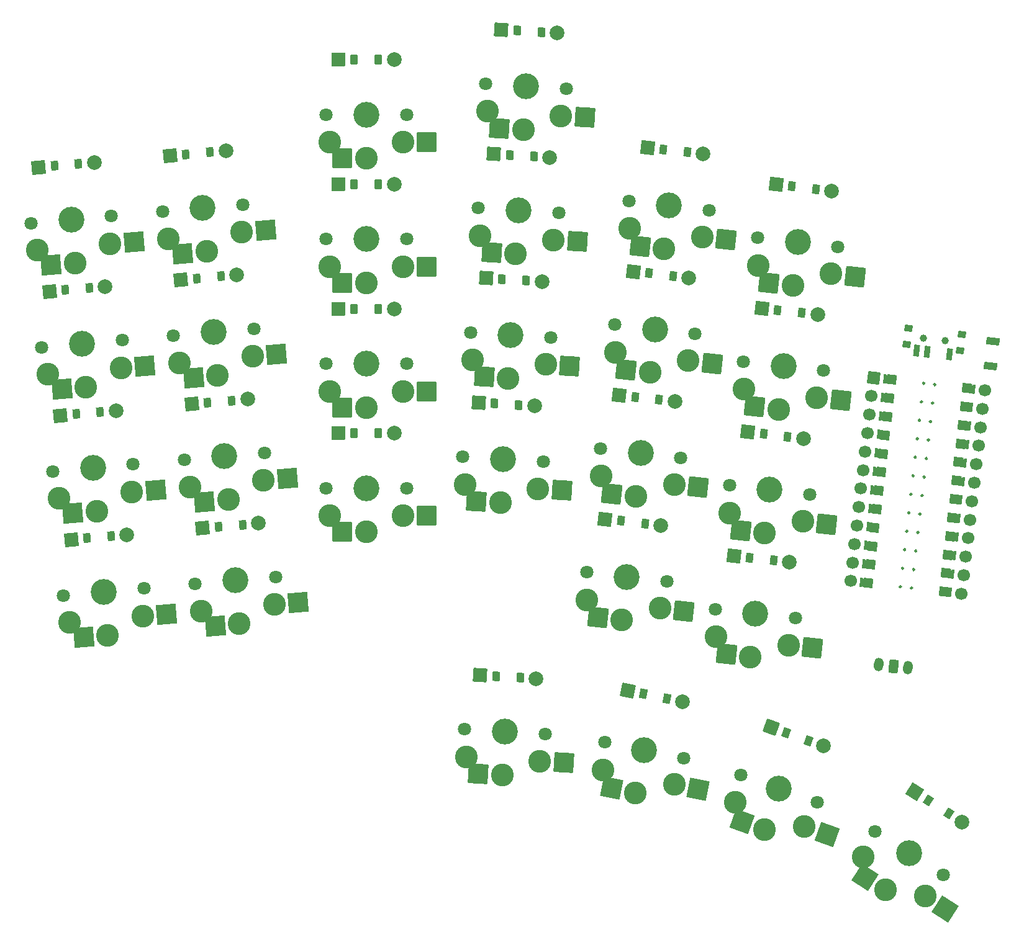
<source format=gbr>
%TF.GenerationSoftware,KiCad,Pcbnew,8.0.5-8.0.5-0~ubuntu22.04.1*%
%TF.CreationDate,2024-10-07T14:19:06+02:00*%
%TF.ProjectId,KeyboardV0,4b657962-6f61-4726-9456-302e6b696361,v1.0.0*%
%TF.SameCoordinates,Original*%
%TF.FileFunction,Soldermask,Top*%
%TF.FilePolarity,Negative*%
%FSLAX46Y46*%
G04 Gerber Fmt 4.6, Leading zero omitted, Abs format (unit mm)*
G04 Created by KiCad (PCBNEW 8.0.5-8.0.5-0~ubuntu22.04.1) date 2024-10-07 14:19:06*
%MOMM*%
%LPD*%
G01*
G04 APERTURE LIST*
G04 Aperture macros list*
%AMRoundRect*
0 Rectangle with rounded corners*
0 $1 Rounding radius*
0 $2 $3 $4 $5 $6 $7 $8 $9 X,Y pos of 4 corners*
0 Add a 4 corners polygon primitive as box body*
4,1,4,$2,$3,$4,$5,$6,$7,$8,$9,$2,$3,0*
0 Add four circle primitives for the rounded corners*
1,1,$1+$1,$2,$3*
1,1,$1+$1,$4,$5*
1,1,$1+$1,$6,$7*
1,1,$1+$1,$8,$9*
0 Add four rect primitives between the rounded corners*
20,1,$1+$1,$2,$3,$4,$5,0*
20,1,$1+$1,$4,$5,$6,$7,0*
20,1,$1+$1,$6,$7,$8,$9,0*
20,1,$1+$1,$8,$9,$2,$3,0*%
%AMHorizOval*
0 Thick line with rounded ends*
0 $1 width*
0 $2 $3 position (X,Y) of the first rounded end (center of the circle)*
0 $4 $5 position (X,Y) of the second rounded end (center of the circle)*
0 Add line between two ends*
20,1,$1,$2,$3,$4,$5,0*
0 Add two circle primitives to create the rounded ends*
1,1,$1,$2,$3*
1,1,$1,$4,$5*%
%AMFreePoly0*
4,1,14,0.635355,0.435355,0.650000,0.400000,0.650000,0.200000,0.635355,0.164645,0.035355,-0.435355,0.000000,-0.450000,-0.035355,-0.435355,-0.635356,0.164645,-0.650000,0.200000,-0.650000,0.400000,-0.635355,0.435355,-0.600000,0.450000,0.600000,0.450000,0.635355,0.435355,0.635355,0.435355,$1*%
%AMFreePoly1*
4,1,16,0.635355,1.035355,0.650000,1.000000,0.650000,-0.250000,0.635355,-0.285355,0.600000,-0.300000,-0.600000,-0.300000,-0.635355,-0.285355,-0.650000,-0.250000,-0.650000,1.000000,-0.635355,1.035355,-0.600000,1.050000,-0.564645,1.035355,0.000000,0.470710,0.564645,1.035355,0.599999,1.050000,0.635355,1.035355,0.635355,1.035355,$1*%
G04 Aperture macros list end*
%ADD10C,0.250000*%
%ADD11C,0.100000*%
%ADD12C,3.529000*%
%ADD13C,1.801800*%
%ADD14C,3.100000*%
%ADD15RoundRect,0.050000X1.181751X1.408356X-1.408356X1.181751X-1.181751X-1.408356X1.408356X-1.181751X0*%
%ADD16RoundRect,0.050000X1.300000X1.300000X-1.300000X1.300000X-1.300000X-1.300000X1.300000X-1.300000X0*%
%ADD17RoundRect,0.050000X1.376938X1.218212X-1.218212X1.376938X-1.376938X-1.218212X1.218212X-1.376938X0*%
%ADD18RoundRect,0.050000X1.438808X1.144479X-1.144479X1.438808X-1.438808X-1.144479X1.144479X-1.438808X0*%
%ADD19RoundRect,0.050000X1.533080X1.014724X-1.014724X1.533080X-1.533080X-1.014724X1.014724X-1.533080X0*%
%ADD20RoundRect,0.050000X1.659383X0.791485X-0.791485X1.659383X-1.659383X-0.791485X0.791485X-1.659383X0*%
%ADD21RoundRect,0.050000X1.794898X0.397919X-0.397919X1.794898X-1.794898X-0.397919X0.397919X-1.794898X0*%
%ADD22RoundRect,0.050000X-0.395994X-0.636937X0.500581X-0.558497X0.395994X0.636937X-0.500581X0.558497X0*%
%ADD23RoundRect,0.050000X-0.808136X-0.963099X0.963099X-0.808136X0.808136X0.963099X-0.963099X0.808136X0*%
%ADD24C,2.005000*%
%ADD25RoundRect,0.050000X-0.450000X-0.600000X0.450000X-0.600000X0.450000X0.600000X-0.450000X0.600000X0*%
%ADD26RoundRect,0.050000X-0.889000X-0.889000X0.889000X-0.889000X0.889000X0.889000X-0.889000X0.889000X0*%
%ADD27RoundRect,0.050000X-0.485790X-0.571409X0.412532X-0.626353X0.485790X0.571409X-0.412532X0.626353X0*%
%ADD28RoundRect,0.050000X-0.941614X-0.833070X0.833070X-0.941614X0.941614X0.833070X-0.833070X0.941614X0*%
%ADD29RoundRect,0.050000X-0.515029X-0.545202X0.379185X-0.647085X0.515029X0.545202X-0.379185X0.647085X0*%
%ADD30RoundRect,0.050000X-0.983923X-0.782648X0.782648X-0.983923X0.983923X0.782648X-0.782648X0.983923X0*%
%ADD31RoundRect,0.050000X-0.560587X-0.498239X0.321345X-0.677670X0.560587X0.498239X-0.321345X0.677670X0*%
%ADD32RoundRect,0.050000X-1.048391X-0.693915X0.693915X-1.048391X1.048391X0.693915X-0.693915X1.048391X0*%
%ADD33RoundRect,0.050000X-0.624473X-0.415372X0.223905X-0.715798X0.624473X0.415372X-0.223905X0.715798X0*%
%ADD34RoundRect,0.050000X-1.134763X-0.541254X0.541254X-1.134763X1.134763X0.541254X-0.541254X1.134763X0*%
%ADD35RoundRect,0.050000X-0.701906X-0.264250X0.057146X-0.747820X0.701906X0.264250X-0.057146X0.747820X0*%
%ADD36RoundRect,0.050000X-1.227434X-0.272116X0.272116X-1.227434X1.227434X0.272116X-0.272116X1.227434X0*%
%ADD37C,1.700000*%
%ADD38FreePoly0,83.500000*%
%ADD39FreePoly1,83.500000*%
%ADD40RoundRect,0.050000X-0.704295X0.885420X-0.885420X-0.704295X0.704295X-0.885420X0.885420X0.704295X0*%
%ADD41FreePoly1,263.500000*%
%ADD42FreePoly0,263.500000*%
%ADD43C,1.000000*%
%ADD44RoundRect,0.050000X0.432653X0.705558X-0.262848X0.784800X-0.432653X-0.705558X0.262848X-0.784800X0*%
%ADD45RoundRect,0.050000X0.542067X0.340827X-0.451505X0.454030X-0.542067X-0.340827X0.451505X-0.454030X0*%
%ADD46RoundRect,0.050000X0.793595X-0.543330X0.895478X0.350885X-0.793595X0.543330X-0.895478X-0.350885X0*%
%ADD47RoundRect,0.270833X-0.450783X-0.607039X0.302676X-0.692885X0.450783X0.607039X-0.302676X0.692885X0*%
%ADD48HorizOval,1.300000X-0.031131X-0.273232X0.031131X0.273232X0*%
G04 APERTURE END LIST*
D10*
%TO.C,MCU1*%
X258739120Y-149293334D02*
G75*
G02*
X258489122Y-149293334I-124999J0D01*
G01*
X258489122Y-149293334D02*
G75*
G02*
X258739120Y-149293334I124999J0D01*
G01*
X260253325Y-149465856D02*
G75*
G02*
X260003325Y-149465856I-125000J0D01*
G01*
X260003325Y-149465856D02*
G75*
G02*
X260253325Y-149465856I125000J0D01*
G01*
X259026659Y-146769661D02*
G75*
G02*
X258776657Y-146769661I-125001J0D01*
G01*
X258776657Y-146769661D02*
G75*
G02*
X259026659Y-146769661I125001J0D01*
G01*
X260540861Y-146942183D02*
G75*
G02*
X260290861Y-146942183I-125000J0D01*
G01*
X260290861Y-146942183D02*
G75*
G02*
X260540861Y-146942183I125000J0D01*
G01*
X259314194Y-144245989D02*
G75*
G02*
X259064194Y-144245989I-125000J0D01*
G01*
X259064194Y-144245989D02*
G75*
G02*
X259314194Y-144245989I125000J0D01*
G01*
X260828396Y-144418511D02*
G75*
G02*
X260578398Y-144418511I-124999J0D01*
G01*
X260578398Y-144418511D02*
G75*
G02*
X260828396Y-144418511I124999J0D01*
G01*
X259601731Y-141722316D02*
G75*
G02*
X259351729Y-141722316I-125001J0D01*
G01*
X259351729Y-141722316D02*
G75*
G02*
X259601731Y-141722316I125001J0D01*
G01*
X261115933Y-141894838D02*
G75*
G02*
X260865933Y-141894838I-125000J0D01*
G01*
X260865933Y-141894838D02*
G75*
G02*
X261115933Y-141894838I125000J0D01*
G01*
X259889265Y-139198644D02*
G75*
G02*
X259639267Y-139198644I-124999J0D01*
G01*
X259639267Y-139198644D02*
G75*
G02*
X259889265Y-139198644I124999J0D01*
G01*
X261403470Y-139371166D02*
G75*
G02*
X261153470Y-139371166I-125000J0D01*
G01*
X261153470Y-139371166D02*
G75*
G02*
X261403470Y-139371166I125000J0D01*
G01*
X260176802Y-136674971D02*
G75*
G02*
X259926802Y-136674971I-125000J0D01*
G01*
X259926802Y-136674971D02*
G75*
G02*
X260176802Y-136674971I125000J0D01*
G01*
X261691007Y-136847493D02*
G75*
G02*
X261441005Y-136847493I-125001J0D01*
G01*
X261441005Y-136847493D02*
G75*
G02*
X261691007Y-136847493I125001J0D01*
G01*
X260464337Y-134151299D02*
G75*
G02*
X260214339Y-134151299I-124999J0D01*
G01*
X260214339Y-134151299D02*
G75*
G02*
X260464337Y-134151299I124999J0D01*
G01*
X261978542Y-134323821D02*
G75*
G02*
X261728542Y-134323821I-125000J0D01*
G01*
X261728542Y-134323821D02*
G75*
G02*
X261978542Y-134323821I125000J0D01*
G01*
X260751874Y-131627626D02*
G75*
G02*
X260501874Y-131627626I-125000J0D01*
G01*
X260501874Y-131627626D02*
G75*
G02*
X260751874Y-131627626I125000J0D01*
G01*
X262266078Y-131800148D02*
G75*
G02*
X262016078Y-131800148I-125000J0D01*
G01*
X262016078Y-131800148D02*
G75*
G02*
X262266078Y-131800148I125000J0D01*
G01*
X261039411Y-129103954D02*
G75*
G02*
X260789411Y-129103954I-125000J0D01*
G01*
X260789411Y-129103954D02*
G75*
G02*
X261039411Y-129103954I125000J0D01*
G01*
X262553613Y-129276476D02*
G75*
G02*
X262303615Y-129276476I-124999J0D01*
G01*
X262303615Y-129276476D02*
G75*
G02*
X262553613Y-129276476I124999J0D01*
G01*
X261326948Y-126580281D02*
G75*
G02*
X261076946Y-126580281I-125001J0D01*
G01*
X261076946Y-126580281D02*
G75*
G02*
X261326948Y-126580281I125001J0D01*
G01*
X262841150Y-126752803D02*
G75*
G02*
X262591150Y-126752803I-125000J0D01*
G01*
X262591150Y-126752803D02*
G75*
G02*
X262841150Y-126752803I125000J0D01*
G01*
X263128685Y-124229131D02*
G75*
G02*
X262878687Y-124229131I-124999J0D01*
G01*
X262878687Y-124229131D02*
G75*
G02*
X263128685Y-124229131I124999J0D01*
G01*
X261614482Y-124056609D02*
G75*
G02*
X261364484Y-124056609I-124999J0D01*
G01*
X261364484Y-124056609D02*
G75*
G02*
X261614482Y-124056609I124999J0D01*
G01*
X261902019Y-121532936D02*
G75*
G02*
X261652019Y-121532936I-125000J0D01*
G01*
X261652019Y-121532936D02*
G75*
G02*
X261902019Y-121532936I125000J0D01*
G01*
X263416224Y-121705458D02*
G75*
G02*
X263166222Y-121705458I-125001J0D01*
G01*
X263166222Y-121705458D02*
G75*
G02*
X263416224Y-121705458I125001J0D01*
G01*
D11*
X268648442Y-121804549D02*
X268533428Y-122814018D01*
X267523959Y-122699004D01*
X267638973Y-121689535D01*
X268648442Y-121804549D01*
G36*
X268648442Y-121804549D02*
G01*
X268533428Y-122814018D01*
X267523959Y-122699004D01*
X267638973Y-121689535D01*
X268648442Y-121804549D01*
G37*
X266923225Y-136946585D02*
X266808211Y-137956054D01*
X265798742Y-137841039D01*
X265913756Y-136831570D01*
X266923225Y-136946585D01*
G36*
X266923225Y-136946585D02*
G01*
X266808211Y-137956054D01*
X265798742Y-137841039D01*
X265913756Y-136831570D01*
X266923225Y-136946585D01*
G37*
X268360906Y-124328222D02*
X268245892Y-125337691D01*
X267236423Y-125222677D01*
X267351437Y-124213208D01*
X268360906Y-124328222D01*
G36*
X268360906Y-124328222D02*
G01*
X268245892Y-125337691D01*
X267236423Y-125222677D01*
X267351437Y-124213208D01*
X268360906Y-124328222D01*
G37*
X268073370Y-126851894D02*
X267958355Y-127861363D01*
X266948886Y-127746349D01*
X267063901Y-126736880D01*
X268073370Y-126851894D01*
G36*
X268073370Y-126851894D02*
G01*
X267958355Y-127861363D01*
X266948886Y-127746349D01*
X267063901Y-126736880D01*
X268073370Y-126851894D01*
G37*
X267498298Y-131899240D02*
X267383283Y-132908709D01*
X266373814Y-132793694D01*
X266488829Y-131784225D01*
X267498298Y-131899240D01*
G36*
X267498298Y-131899240D02*
G01*
X267383283Y-132908709D01*
X266373814Y-132793694D01*
X266488829Y-131784225D01*
X267498298Y-131899240D01*
G37*
X267210761Y-134422912D02*
X267095747Y-135432381D01*
X266086278Y-135317367D01*
X266201292Y-134307898D01*
X267210761Y-134422912D01*
G36*
X267210761Y-134422912D02*
G01*
X267095747Y-135432381D01*
X266086278Y-135317367D01*
X266201292Y-134307898D01*
X267210761Y-134422912D01*
G37*
X266348153Y-141993930D02*
X266233138Y-143003399D01*
X265223669Y-142888384D01*
X265338684Y-141878915D01*
X266348153Y-141993930D01*
G36*
X266348153Y-141993930D02*
G01*
X266233138Y-143003399D01*
X265223669Y-142888384D01*
X265338684Y-141878915D01*
X266348153Y-141993930D01*
G37*
X265773081Y-147041275D02*
X265658066Y-148050744D01*
X264648597Y-147935729D01*
X264763612Y-146926260D01*
X265773081Y-147041275D01*
G36*
X265773081Y-147041275D02*
G01*
X265658066Y-148050744D01*
X264648597Y-147935729D01*
X264763612Y-146926260D01*
X265773081Y-147041275D01*
G37*
X267785834Y-129375567D02*
X267670819Y-130385036D01*
X266661350Y-130270022D01*
X266776365Y-129260553D01*
X267785834Y-129375567D01*
G36*
X267785834Y-129375567D02*
G01*
X267670819Y-130385036D01*
X266661350Y-130270022D01*
X266776365Y-129260553D01*
X267785834Y-129375567D01*
G37*
X266635689Y-139470257D02*
X266520675Y-140479726D01*
X265511206Y-140364712D01*
X265626220Y-139355243D01*
X266635689Y-139470257D01*
G36*
X266635689Y-139470257D02*
G01*
X266520675Y-140479726D01*
X265511206Y-140364712D01*
X265626220Y-139355243D01*
X266635689Y-139470257D01*
G37*
X266060617Y-144517602D02*
X265945602Y-145527071D01*
X264936133Y-145412057D01*
X265051148Y-144402588D01*
X266060617Y-144517602D01*
G36*
X266060617Y-144517602D02*
G01*
X265945602Y-145527071D01*
X264936133Y-145412057D01*
X265051148Y-144402588D01*
X266060617Y-144517602D01*
G37*
X265485544Y-149564947D02*
X265370530Y-150574416D01*
X264361061Y-150459402D01*
X264476075Y-149449933D01*
X265485544Y-149564947D01*
G36*
X265485544Y-149564947D02*
G01*
X265370530Y-150574416D01*
X264361061Y-150459402D01*
X264476075Y-149449933D01*
X265485544Y-149564947D01*
G37*
X254381385Y-148299788D02*
X254266371Y-149309257D01*
X253256902Y-149194243D01*
X253371916Y-148184774D01*
X254381385Y-148299788D01*
G36*
X254381385Y-148299788D02*
G01*
X254266371Y-149309257D01*
X253256902Y-149194243D01*
X253371916Y-148184774D01*
X254381385Y-148299788D01*
G37*
X254668921Y-145776115D02*
X254553907Y-146785584D01*
X253544438Y-146670570D01*
X253659452Y-145661101D01*
X254668921Y-145776115D01*
G36*
X254668921Y-145776115D02*
G01*
X254553907Y-146785584D01*
X253544438Y-146670570D01*
X253659452Y-145661101D01*
X254668921Y-145776115D01*
G37*
X254956458Y-143252443D02*
X254841443Y-144261912D01*
X253831974Y-144146898D01*
X253946989Y-143137429D01*
X254956458Y-143252443D01*
G36*
X254956458Y-143252443D02*
G01*
X254841443Y-144261912D01*
X253831974Y-144146898D01*
X253946989Y-143137429D01*
X254956458Y-143252443D01*
G37*
X255243994Y-140728770D02*
X255128979Y-141738239D01*
X254119510Y-141623225D01*
X254234525Y-140613756D01*
X255243994Y-140728770D01*
G36*
X255243994Y-140728770D02*
G01*
X255128979Y-141738239D01*
X254119510Y-141623225D01*
X254234525Y-140613756D01*
X255243994Y-140728770D01*
G37*
X255531530Y-138205098D02*
X255416515Y-139214567D01*
X254407046Y-139099552D01*
X254522061Y-138090083D01*
X255531530Y-138205098D01*
G36*
X255531530Y-138205098D02*
G01*
X255416515Y-139214567D01*
X254407046Y-139099552D01*
X254522061Y-138090083D01*
X255531530Y-138205098D01*
G37*
X255819066Y-135681425D02*
X255704052Y-136690894D01*
X254694583Y-136575880D01*
X254809597Y-135566411D01*
X255819066Y-135681425D01*
G36*
X255819066Y-135681425D02*
G01*
X255704052Y-136690894D01*
X254694583Y-136575880D01*
X254809597Y-135566411D01*
X255819066Y-135681425D01*
G37*
X256106602Y-133157753D02*
X255991588Y-134167222D01*
X254982119Y-134052207D01*
X255097133Y-133042738D01*
X256106602Y-133157753D01*
G36*
X256106602Y-133157753D02*
G01*
X255991588Y-134167222D01*
X254982119Y-134052207D01*
X255097133Y-133042738D01*
X256106602Y-133157753D01*
G37*
X256394138Y-130634080D02*
X256279124Y-131643549D01*
X255269655Y-131528535D01*
X255384669Y-130519066D01*
X256394138Y-130634080D01*
G36*
X256394138Y-130634080D02*
G01*
X256279124Y-131643549D01*
X255269655Y-131528535D01*
X255384669Y-130519066D01*
X256394138Y-130634080D01*
G37*
X256681675Y-128110408D02*
X256566660Y-129119877D01*
X255557191Y-129004862D01*
X255672206Y-127995393D01*
X256681675Y-128110408D01*
G36*
X256681675Y-128110408D02*
G01*
X256566660Y-129119877D01*
X255557191Y-129004862D01*
X255672206Y-127995393D01*
X256681675Y-128110408D01*
G37*
X256969211Y-125586735D02*
X256854196Y-126596204D01*
X255844727Y-126481190D01*
X255959742Y-125471721D01*
X256969211Y-125586735D01*
G36*
X256969211Y-125586735D02*
G01*
X256854196Y-126596204D01*
X255844727Y-126481190D01*
X255959742Y-125471721D01*
X256969211Y-125586735D01*
G37*
X257256747Y-123063063D02*
X257141732Y-124072532D01*
X256132263Y-123957517D01*
X256247278Y-122948048D01*
X257256747Y-123063063D01*
G36*
X257256747Y-123063063D02*
G01*
X257141732Y-124072532D01*
X256132263Y-123957517D01*
X256247278Y-122948048D01*
X257256747Y-123063063D01*
G37*
X257544283Y-120539390D02*
X257429269Y-121548859D01*
X256419800Y-121433845D01*
X256534814Y-120424376D01*
X257544283Y-120539390D01*
G36*
X257544283Y-120539390D02*
G01*
X257429269Y-121548859D01*
X256419800Y-121433845D01*
X256534814Y-120424376D01*
X257544283Y-120539390D01*
G37*
%TD*%
D12*
%TO.C,S1*%
X150000000Y-150000000D03*
D13*
X144520929Y-150479357D03*
X155479071Y-149520643D03*
D14*
X145345861Y-154171509D03*
X150518577Y-155927358D03*
X155307808Y-153299951D03*
X150518577Y-155927358D03*
D15*
X147256039Y-156212794D03*
X158570345Y-153014516D03*
%TD*%
D12*
%TO.C,S2*%
X148518352Y-133064690D03*
D13*
X143039281Y-133544047D03*
X153997423Y-132585333D03*
D14*
X143864213Y-137236199D03*
X149036929Y-138992048D03*
X153826160Y-136364641D03*
X149036929Y-138992048D03*
D15*
X145774391Y-139277484D03*
X157088697Y-136079206D03*
%TD*%
D12*
%TO.C,S3*%
X147036705Y-116129380D03*
D13*
X141557634Y-116608737D03*
X152515776Y-115650023D03*
D14*
X142382566Y-120300889D03*
X147555282Y-122056738D03*
X152344513Y-119429331D03*
X147555282Y-122056738D03*
D15*
X144292744Y-122342174D03*
X155607050Y-119143896D03*
%TD*%
D12*
%TO.C,S4*%
X145555057Y-99194070D03*
D13*
X140075986Y-99673427D03*
X151034128Y-98714713D03*
D14*
X140900918Y-103365579D03*
X146073634Y-105121428D03*
X150862865Y-102494021D03*
X146073634Y-105121428D03*
D15*
X142811096Y-105406864D03*
X154125402Y-102208586D03*
%TD*%
D12*
%TO.C,S5*%
X167931505Y-148431197D03*
D13*
X162452434Y-148910554D03*
X173410576Y-147951840D03*
D14*
X163277366Y-152602706D03*
X168450082Y-154358555D03*
X173239313Y-151731148D03*
X168450082Y-154358555D03*
D15*
X165187544Y-154643991D03*
X176501850Y-151445713D03*
%TD*%
D12*
%TO.C,S6*%
X166449857Y-131495887D03*
D13*
X160970786Y-131975244D03*
X171928928Y-131016530D03*
D14*
X161795718Y-135667396D03*
X166968434Y-137423245D03*
X171757665Y-134795838D03*
X166968434Y-137423245D03*
D15*
X163705896Y-137708681D03*
X175020202Y-134510403D03*
%TD*%
D12*
%TO.C,S7*%
X164968209Y-114560577D03*
D13*
X159489138Y-115039934D03*
X170447280Y-114081220D03*
D14*
X160314070Y-118732086D03*
X165486786Y-120487935D03*
X170276017Y-117860528D03*
X165486786Y-120487935D03*
D15*
X162224248Y-120773371D03*
X173538554Y-117575093D03*
%TD*%
D12*
%TO.C,S8*%
X163486562Y-97625267D03*
D13*
X158007491Y-98104624D03*
X168965633Y-97145910D03*
D14*
X158832423Y-101796776D03*
X164005139Y-103552625D03*
X168794370Y-100925218D03*
X164005139Y-103552625D03*
D15*
X160742601Y-103838061D03*
X172056907Y-100639783D03*
%TD*%
D12*
%TO.C,S9*%
X185775853Y-135866199D03*
D13*
X180275853Y-135866199D03*
X191275853Y-135866199D03*
D14*
X180775853Y-139616199D03*
X185775853Y-141816199D03*
X190775853Y-139616199D03*
X185775853Y-141816199D03*
D16*
X182500853Y-141816199D03*
X194050853Y-139616199D03*
%TD*%
D12*
%TO.C,S10*%
X185775853Y-118866199D03*
D13*
X180275853Y-118866199D03*
X191275853Y-118866199D03*
D14*
X180775853Y-122616199D03*
X185775853Y-124816199D03*
X190775853Y-122616199D03*
X185775853Y-124816199D03*
D16*
X182500853Y-124816199D03*
X194050853Y-122616199D03*
%TD*%
D12*
%TO.C,S11*%
X185775853Y-101866199D03*
D13*
X180275853Y-101866199D03*
X191275853Y-101866199D03*
D14*
X180775853Y-105616199D03*
X185775853Y-107816199D03*
X190775853Y-105616199D03*
X185775853Y-107816199D03*
D16*
X182500853Y-107816199D03*
X194050853Y-105616199D03*
%TD*%
D12*
%TO.C,S12*%
X185775853Y-84866199D03*
D13*
X180275853Y-84866199D03*
X191275853Y-84866199D03*
D14*
X180775853Y-88616199D03*
X185775853Y-90816199D03*
X190775853Y-88616199D03*
X185775853Y-90816199D03*
D16*
X182500853Y-90816199D03*
X194050853Y-88616199D03*
%TD*%
D12*
%TO.C,S13*%
X204447387Y-131886716D03*
D13*
X198957646Y-131550949D03*
X209937128Y-132222483D03*
D14*
X199227781Y-135324479D03*
X204084148Y-137825618D03*
X209209129Y-135934964D03*
X204084148Y-137825618D03*
D17*
X200815257Y-137625684D03*
X212478020Y-136134898D03*
%TD*%
D12*
%TO.C,S14*%
X205485213Y-114918424D03*
D13*
X199995472Y-114582657D03*
X210974954Y-115254191D03*
D14*
X200265607Y-118356187D03*
X205121974Y-120857326D03*
X210246955Y-118966672D03*
X205121974Y-120857326D03*
D17*
X201853083Y-120657392D03*
X213515846Y-119166606D03*
%TD*%
D12*
%TO.C,S15*%
X206523038Y-97950133D03*
D13*
X201033297Y-97614366D03*
X212012779Y-98285900D03*
D14*
X201303432Y-101387896D03*
X206159799Y-103889035D03*
X211284780Y-101998381D03*
X206159799Y-103889035D03*
D17*
X202890908Y-103689101D03*
X214553671Y-102198315D03*
%TD*%
D12*
%TO.C,S16*%
X207560863Y-80981841D03*
D13*
X202071122Y-80646074D03*
X213050604Y-81317608D03*
D14*
X202341257Y-84419604D03*
X207197624Y-86920743D03*
X212322605Y-85030089D03*
X207197624Y-86920743D03*
D17*
X203928733Y-86720809D03*
X215591496Y-85230023D03*
%TD*%
D12*
%TO.C,S17*%
X221289467Y-147939360D03*
D13*
X215824822Y-147316742D03*
X226754112Y-148561978D03*
D14*
X215897096Y-151099238D03*
X220615908Y-153851113D03*
X225832814Y-152231271D03*
X220615908Y-153851113D03*
D18*
X217361960Y-153480372D03*
X229086762Y-152602011D03*
%TD*%
D12*
%TO.C,S18*%
X223213922Y-131048638D03*
D13*
X217749277Y-130426020D03*
X228678567Y-131671256D03*
D14*
X217821551Y-134208516D03*
X222540363Y-136960391D03*
X227757269Y-135340549D03*
X222540363Y-136960391D03*
D18*
X219286415Y-136589650D03*
X231011217Y-135711289D03*
%TD*%
D12*
%TO.C,S19*%
X225138376Y-114157917D03*
D13*
X219673731Y-113535299D03*
X230603021Y-114780535D03*
D14*
X219746005Y-117317795D03*
X224464817Y-120069670D03*
X229681723Y-118449828D03*
X224464817Y-120069670D03*
D18*
X221210869Y-119698929D03*
X232935671Y-118820568D03*
%TD*%
D12*
%TO.C,S20*%
X227062831Y-97267195D03*
D13*
X221598186Y-96644577D03*
X232527476Y-97889813D03*
D14*
X221670460Y-100427073D03*
X226389272Y-103178948D03*
X231606178Y-101559106D03*
X226389272Y-103178948D03*
D18*
X223135324Y-102808207D03*
X234860126Y-101929846D03*
%TD*%
D12*
%TO.C,S21*%
X238834151Y-152957733D03*
D13*
X233369506Y-152335115D03*
X244298796Y-153580351D03*
D14*
X233441780Y-156117611D03*
X238160592Y-158869486D03*
X243377498Y-157249644D03*
X238160592Y-158869486D03*
D18*
X234906644Y-158498745D03*
X246631446Y-157620384D03*
%TD*%
D12*
%TO.C,S22*%
X240758605Y-136067011D03*
D13*
X235293960Y-135444393D03*
X246223250Y-136689629D03*
D14*
X235366234Y-139226889D03*
X240085046Y-141978764D03*
X245301952Y-140358922D03*
X240085046Y-141978764D03*
D18*
X236831098Y-141608023D03*
X248555900Y-140729662D03*
%TD*%
D12*
%TO.C,S23*%
X242683060Y-119176290D03*
D13*
X237218415Y-118553672D03*
X248147705Y-119798908D03*
D14*
X237290689Y-122336168D03*
X242009501Y-125088043D03*
X247226407Y-123468201D03*
X242009501Y-125088043D03*
D18*
X238755553Y-124717302D03*
X250480355Y-123838941D03*
%TD*%
D12*
%TO.C,S24*%
X244607514Y-102285568D03*
D13*
X239142869Y-101662950D03*
X250072159Y-102908186D03*
D14*
X239215143Y-105445446D03*
X243933955Y-108197321D03*
X249150861Y-106577479D03*
X243933955Y-108197321D03*
D18*
X240680007Y-107826580D03*
X252404809Y-106948219D03*
%TD*%
D12*
%TO.C,S25*%
X204677824Y-169070138D03*
D13*
X199188083Y-168734371D03*
X210167565Y-169405905D03*
D14*
X199458218Y-172507901D03*
X204314585Y-175009040D03*
X209439566Y-173118386D03*
X204314585Y-175009040D03*
D17*
X201045694Y-174809106D03*
X212708457Y-173318320D03*
%TD*%
D12*
%TO.C,S26*%
X223678910Y-171604100D03*
D13*
X218289324Y-170507576D03*
X229068496Y-172700624D03*
D14*
X218031657Y-174281978D03*
X222492671Y-177434652D03*
X227830904Y-176275657D03*
X222492671Y-177434652D03*
D19*
X219283417Y-176781722D03*
X231040157Y-176928587D03*
%TD*%
D12*
%TO.C,S27*%
X242060271Y-176826989D03*
D13*
X236875743Y-174991051D03*
X247244799Y-178662927D03*
D14*
X236095288Y-178692860D03*
X240074120Y-182435706D03*
X245521703Y-182030929D03*
X240074120Y-182435706D03*
D20*
X236986969Y-181342488D03*
X248608854Y-183124146D03*
%TD*%
D12*
%TO.C,S28*%
X259786138Y-185650055D03*
D13*
X255147485Y-182694907D03*
X264424791Y-188605203D03*
D14*
X253554307Y-186126275D03*
X256589205Y-190668234D03*
X261988222Y-191499271D03*
X256589205Y-190668234D03*
D21*
X253827098Y-188908578D03*
X264750329Y-193258927D03*
%TD*%
D22*
%TO.C,D1*%
X147702611Y-142672347D03*
X150990053Y-142384733D03*
D23*
X145550830Y-142860603D03*
D24*
X153141834Y-142196477D03*
%TD*%
D22*
%TO.C,D2*%
X146220963Y-125737037D03*
X149508405Y-125449423D03*
D23*
X144069182Y-125925293D03*
D24*
X151660186Y-125261167D03*
%TD*%
D22*
%TO.C,D3*%
X144739316Y-108801727D03*
X148026758Y-108514113D03*
D23*
X142587535Y-108989983D03*
D24*
X150178539Y-108325857D03*
%TD*%
D22*
%TO.C,D4*%
X143257668Y-91866417D03*
X146545110Y-91578803D03*
D23*
X141105887Y-92054673D03*
D24*
X148696891Y-91390547D03*
%TD*%
D22*
%TO.C,D5*%
X165634116Y-141103543D03*
X168921558Y-140815929D03*
D23*
X163482335Y-141291799D03*
D24*
X171073339Y-140627673D03*
%TD*%
D22*
%TO.C,D6*%
X164152468Y-124168234D03*
X167439910Y-123880620D03*
D23*
X162000687Y-124356490D03*
D24*
X169591691Y-123692364D03*
%TD*%
D22*
%TO.C,D7*%
X162670820Y-107232924D03*
X165958262Y-106945310D03*
D23*
X160519039Y-107421180D03*
D24*
X168110043Y-106757054D03*
%TD*%
D22*
%TO.C,D8*%
X161189173Y-90297614D03*
X164476615Y-90010000D03*
D23*
X159037392Y-90485870D03*
D24*
X166628396Y-89821744D03*
%TD*%
D25*
%TO.C,D9*%
X184125853Y-128366199D03*
X187425853Y-128366199D03*
D26*
X181965853Y-128366199D03*
D24*
X189585853Y-128366199D03*
%TD*%
D25*
%TO.C,D10*%
X184125853Y-111366199D03*
X187425853Y-111366199D03*
D26*
X181965853Y-111366199D03*
D24*
X189585853Y-111366199D03*
%TD*%
D25*
%TO.C,D11*%
X184125853Y-94366199D03*
X187425853Y-94366199D03*
D26*
X181965853Y-94366199D03*
D24*
X189585853Y-94366199D03*
%TD*%
D25*
%TO.C,D12*%
X184125853Y-77366199D03*
X187425853Y-77366199D03*
D26*
X181965853Y-77366199D03*
D24*
X189585853Y-77366199D03*
%TD*%
D27*
%TO.C,D13*%
X203258329Y-124299975D03*
X206552173Y-124501435D03*
D28*
X201102357Y-124168110D03*
D24*
X208708145Y-124633300D03*
%TD*%
D27*
%TO.C,D14*%
X204296155Y-107331683D03*
X207589999Y-107533143D03*
D28*
X202140183Y-107199818D03*
D24*
X209745971Y-107665008D03*
%TD*%
D27*
%TO.C,D15*%
X205333980Y-90363391D03*
X208627824Y-90564851D03*
D28*
X203178008Y-90231526D03*
D24*
X210783796Y-90696716D03*
%TD*%
D27*
%TO.C,D16*%
X206371805Y-73395100D03*
X209665649Y-73596560D03*
D28*
X204215833Y-73263235D03*
D24*
X211821621Y-73728425D03*
%TD*%
D29*
%TO.C,D17*%
X220499097Y-140300786D03*
X223777885Y-140674356D03*
D30*
X218352982Y-140056267D03*
D24*
X225924000Y-140918875D03*
%TD*%
D29*
%TO.C,D18*%
X222423552Y-123410064D03*
X225702340Y-123783634D03*
D30*
X220277437Y-123165545D03*
D24*
X227848455Y-124028153D03*
%TD*%
D29*
%TO.C,D19*%
X224348006Y-106519343D03*
X227626794Y-106892913D03*
D30*
X222201891Y-106274824D03*
D24*
X229772909Y-107137432D03*
%TD*%
D29*
%TO.C,D20*%
X226272461Y-89628621D03*
X229551249Y-90002191D03*
D30*
X224126346Y-89384102D03*
D24*
X231697364Y-90246710D03*
%TD*%
D29*
%TO.C,D21*%
X238043781Y-145319159D03*
X241322569Y-145692729D03*
D30*
X235897666Y-145074640D03*
D24*
X243468684Y-145937248D03*
%TD*%
D29*
%TO.C,D22*%
X239968235Y-128428438D03*
X243247023Y-128802008D03*
D30*
X237822120Y-128183919D03*
D24*
X245393138Y-129046527D03*
%TD*%
D29*
%TO.C,D23*%
X241892690Y-111537716D03*
X245171478Y-111911286D03*
D30*
X239746575Y-111293197D03*
D24*
X247317593Y-112155805D03*
%TD*%
D29*
%TO.C,D24*%
X243817145Y-94646995D03*
X247095933Y-95020565D03*
D30*
X241671030Y-94402476D03*
D24*
X249242048Y-95265084D03*
%TD*%
D27*
%TO.C,D25*%
X203488766Y-161483397D03*
X206782610Y-161684857D03*
D28*
X201332794Y-161351532D03*
D24*
X208938582Y-161816722D03*
%TD*%
D31*
%TO.C,D26*%
X223557294Y-163925708D03*
X226791046Y-164583622D03*
D32*
X221440657Y-163495073D03*
D24*
X228907683Y-165014257D03*
%TD*%
D33*
%TO.C,D27*%
X243008464Y-169206396D03*
X246119180Y-170307958D03*
D34*
X240972358Y-168485373D03*
D24*
X248155286Y-171028981D03*
%TD*%
D35*
%TO.C,D28*%
X262424289Y-178438075D03*
X265207481Y-180211163D03*
D36*
X260602564Y-177277507D03*
D24*
X267029206Y-181371731D03*
%TD*%
D37*
%TO.C,MCU1*%
X254963103Y-120756589D03*
X254675567Y-123280261D03*
X254388031Y-125803934D03*
X254100495Y-128327606D03*
X253812959Y-130851279D03*
X253525423Y-133374951D03*
X253237886Y-135898624D03*
X252950350Y-138422296D03*
X252662814Y-140945969D03*
X252375278Y-143469641D03*
X252087742Y-145993314D03*
X251800206Y-148516986D03*
X266942241Y-150242203D03*
X267229777Y-147718531D03*
X267517313Y-145194858D03*
X267804849Y-142671186D03*
X268092385Y-140147513D03*
X268379921Y-137623841D03*
X268667458Y-135100168D03*
X268954994Y-132576496D03*
X269242530Y-130052823D03*
X269530066Y-127529151D03*
X269817602Y-125005478D03*
X270105138Y-122481806D03*
D38*
X256729674Y-120957864D03*
D39*
X257739143Y-121072878D03*
D40*
X254963103Y-120756589D03*
D38*
X256442138Y-123481537D03*
D39*
X257451607Y-123596551D03*
D38*
X256154602Y-126005209D03*
D39*
X257164071Y-126120223D03*
D38*
X255867066Y-128528882D03*
D39*
X256876535Y-128643896D03*
D38*
X255579529Y-131052554D03*
D39*
X256588998Y-131167569D03*
D38*
X255291993Y-133576227D03*
D39*
X256301462Y-133691241D03*
D38*
X255004457Y-136099899D03*
D39*
X256013926Y-136214914D03*
D38*
X254716921Y-138623572D03*
D39*
X255726390Y-138738586D03*
D38*
X254429385Y-141147244D03*
D39*
X255438854Y-141262259D03*
D38*
X254141849Y-143670917D03*
D39*
X255151318Y-143785931D03*
D38*
X253854312Y-146194589D03*
D39*
X254863781Y-146309604D03*
D38*
X253566776Y-148718262D03*
D39*
X254576245Y-148833276D03*
D41*
X267329099Y-122165516D03*
X266754026Y-127212861D03*
D42*
X267763495Y-127327875D03*
X268338568Y-122280530D03*
D41*
X267041563Y-124689188D03*
X266466490Y-129736533D03*
D42*
X268051032Y-124804203D03*
X267475959Y-129851548D03*
D41*
X265891418Y-134783878D03*
X265603882Y-137307551D03*
D42*
X266613351Y-137422565D03*
D41*
X265316346Y-139831223D03*
X264166201Y-149925914D03*
D42*
X266325815Y-139946238D03*
X265175670Y-150040928D03*
D41*
X265028809Y-142354896D03*
D42*
X267188423Y-132375220D03*
X266900887Y-134898893D03*
X266038278Y-142469910D03*
D41*
X264741273Y-144878569D03*
D42*
X265750742Y-144993583D03*
X265463206Y-147517255D03*
D41*
X264453737Y-147402241D03*
X266178954Y-132260206D03*
%TD*%
D43*
%TO.C,*%
X264717282Y-115708342D03*
X261736566Y-115368732D03*
D44*
X265263223Y-117541931D03*
X262282508Y-117202321D03*
X260792150Y-117032517D03*
D45*
X266977985Y-114858800D03*
X259724910Y-114032417D03*
X259474731Y-116228210D03*
X266727806Y-117054594D03*
D43*
X264717282Y-115708342D03*
X261736566Y-115368732D03*
%TD*%
D46*
%TO.C,*%
X271250213Y-115788406D03*
X270865323Y-119166550D03*
%TD*%
D47*
%TO.C,_3*%
X257642786Y-160133055D03*
D48*
X259629930Y-160359461D03*
X255655642Y-159906649D03*
%TD*%
M02*

</source>
